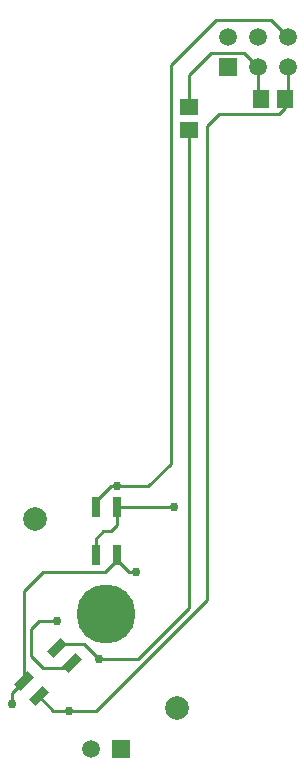
<source format=gtl>
G04 Layer_Physical_Order=1*
G04 Layer_Color=255*
%FSLAX25Y25*%
%MOIN*%
G70*
G01*
G75*
%ADD10R,0.03110X0.06535*%
G04:AMPARAMS|DCode=11|XSize=65.35mil|YSize=31.1mil|CornerRadius=0mil|HoleSize=0mil|Usage=FLASHONLY|Rotation=225.000|XOffset=0mil|YOffset=0mil|HoleType=Round|Shape=Rectangle|*
%AMROTATEDRECTD11*
4,1,4,0.01211,0.03410,0.03410,0.01211,-0.01211,-0.03410,-0.03410,-0.01211,0.01211,0.03410,0.0*
%
%ADD11ROTATEDRECTD11*%

%ADD12R,0.05512X0.05906*%
%ADD13R,0.05906X0.05512*%
%ADD14C,0.01000*%
%ADD15C,0.05906*%
%ADD16R,0.05906X0.05906*%
%ADD17C,0.19685*%
%ADD18C,0.07874*%
%ADD19C,0.07874*%
%ADD20C,0.03000*%
D10*
X-3543Y19685D02*
D03*
X3543Y35433D02*
D03*
X-3543D02*
D03*
X3543Y19685D02*
D03*
D11*
X-11414Y-16425D02*
D03*
X-27560Y-22549D02*
D03*
X-22549Y-27560D02*
D03*
X-16425Y-11414D02*
D03*
D12*
X59437Y171500D02*
D03*
X51563D02*
D03*
D13*
X27500Y161063D02*
D03*
Y168937D02*
D03*
D14*
X-12500Y-32500D02*
X-3500D01*
X-17609D02*
X-12500D01*
X-31500Y-30000D02*
Y-26489D01*
X-27560Y-22549D01*
X3543Y17957D02*
Y18043D01*
X-21000Y14000D02*
X-500D01*
X3543Y18043D01*
Y19685D01*
X-27560Y7440D02*
X-21000Y14000D01*
X-27560Y-22549D02*
Y7440D01*
X-22500Y-2500D02*
X-16500D01*
X-25000Y-5000D02*
X-22500Y-2500D01*
X-25000Y-14000D02*
Y-5000D01*
Y-14000D02*
X-21000Y-18000D01*
X-12989D01*
X-11414Y-16425D01*
X10500Y-15000D02*
X27500Y2000D01*
X-2500Y-15000D02*
X10500D01*
X-7500Y-10000D02*
X-2500Y-15000D01*
X-15011Y-10000D02*
X-7500D01*
X-16425Y-11414D02*
X-15011Y-10000D01*
X-17511Y-12500D02*
X-16425Y-11414D01*
X-11414Y-16425D02*
X-10000Y-15011D01*
X7500Y14000D02*
X10000D01*
X3543Y17957D02*
X7500Y14000D01*
X3543Y29543D02*
Y35433D01*
X1500Y27500D02*
X3543Y29543D01*
X-1000Y27500D02*
X1500D01*
X-3543Y24957D02*
X-1000Y27500D01*
X-3543Y19685D02*
Y24957D01*
X3543Y35433D02*
X22433D01*
X1500Y42500D02*
X14000D01*
X-3500Y-32500D02*
X33500Y4500D01*
X-22549Y-27560D02*
X-17609Y-32500D01*
X21500Y50000D02*
Y183000D01*
X14000Y42500D02*
X21500Y50000D01*
X-3543Y37457D02*
X1500Y42500D01*
X-3543Y35433D02*
Y37457D01*
X27500Y2000D02*
Y161063D01*
X21500Y183000D02*
X36500Y198000D01*
X54795D01*
X60709Y192087D01*
X27500Y168937D02*
Y179500D01*
X35000Y187000D01*
X45795D01*
X50709Y182087D01*
Y172354D02*
Y182087D01*
Y172354D02*
X51563Y171500D01*
X60709Y172772D02*
Y182087D01*
X59437Y171500D02*
X60709Y172772D01*
X59437Y168437D02*
Y171500D01*
X57500Y166500D02*
X59437Y168437D01*
X37500Y166500D02*
X57500D01*
X33500Y162500D02*
X37500Y166500D01*
X33500Y4500D02*
Y162500D01*
D15*
X-5000Y-45000D02*
D03*
X40709Y192087D02*
D03*
X50709Y182087D02*
D03*
Y192087D02*
D03*
X60709Y182087D02*
D03*
Y192087D02*
D03*
D16*
X5000Y-45000D02*
D03*
X40709Y182087D02*
D03*
D17*
X-0Y-0D02*
D03*
D18*
X23622Y-31496D02*
D03*
D19*
X-23622Y31496D02*
D03*
D20*
X-12500Y-32500D02*
D03*
X-31500Y-30000D02*
D03*
X-2500Y-15000D02*
D03*
X-16500Y-2500D02*
D03*
X10000Y14000D02*
D03*
X22500Y35500D02*
D03*
X3543Y42457D02*
D03*
M02*

</source>
